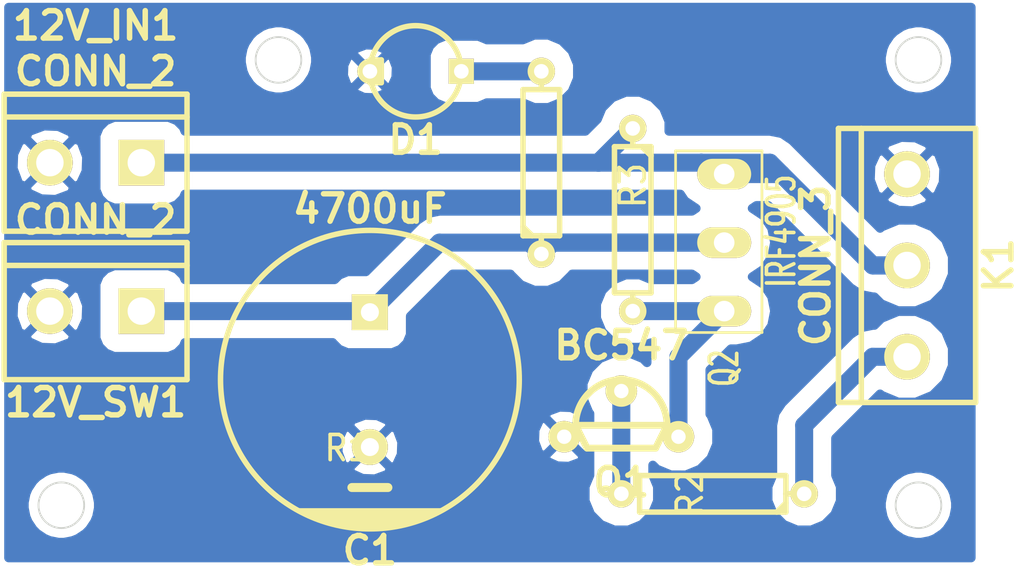
<source format=kicad_pcb>
(kicad_pcb (version 3) (host pcbnew "(2013-may-18)-stable")

  (general
    (links 16)
    (no_connects 0)
    (area 38.7256 145.4306 97.884066 178.4444)
    (thickness 1.6)
    (drawings 4)
    (tracks 27)
    (zones 0)
    (modules 10)
    (nets 8)
  )

  (page A4 portrait)
  (layers
    (15 F.Cu power)
    (0 B.Cu power)
    (17 F.Adhes user)
    (19 F.Paste user)
    (21 F.SilkS user)
    (23 F.Mask user)
    (28 Edge.Cuts user)
  )

  (setup
    (last_trace_width 1)
    (trace_clearance 1)
    (zone_clearance 0.508)
    (zone_45_only no)
    (trace_min 0.254)
    (segment_width 0.2)
    (edge_width 0.1)
    (via_size 0.889)
    (via_drill 0.635)
    (via_min_size 0.889)
    (via_min_drill 0.508)
    (uvia_size 0.508)
    (uvia_drill 0.127)
    (uvias_allowed no)
    (uvia_min_size 0.508)
    (uvia_min_drill 0.127)
    (pcb_text_width 0.3)
    (pcb_text_size 1.5 1.5)
    (mod_edge_width 0.15)
    (mod_text_size 1 1)
    (mod_text_width 0.15)
    (pad_size 2.54 2.54)
    (pad_drill 1.524)
    (pad_to_mask_clearance 0.2)
    (solder_mask_min_width 0.3)
    (aux_axis_origin 0 0)
    (visible_elements FFFFFFFF)
    (pcbplotparams
      (layerselection 10485761)
      (usegerberextensions false)
      (excludeedgelayer true)
      (linewidth 0.150000)
      (plotframeref false)
      (viasonmask false)
      (mode 1)
      (useauxorigin false)
      (hpglpennumber 1)
      (hpglpenspeed 20)
      (hpglpendiameter 15)
      (hpglpenoverlay 2)
      (psnegative false)
      (psa4output false)
      (plotreference true)
      (plotvalue true)
      (plotothertext true)
      (plotinvisibletext false)
      (padsonsilk false)
      (subtractmaskfromsilk false)
      (outputformat 5)
      (mirror false)
      (drillshape 1)
      (scaleselection 1)
      (outputdirectory output/))
  )

  (net 0 "")
  (net 1 /12V)
  (net 2 /12V_EN)
  (net 3 /12V_SW)
  (net 4 GND)
  (net 5 N-000004)
  (net 6 N-000006)
  (net 7 N-000007)

  (net_class Default "This is the default net class."
    (clearance 1)
    (trace_width 1)
    (via_dia 0.889)
    (via_drill 0.635)
    (uvia_dia 0.508)
    (uvia_drill 0.127)
    (add_net "")
    (add_net /12V)
    (add_net /12V_EN)
    (add_net /12V_SW)
    (add_net GND)
    (add_net N-000004)
    (add_net N-000006)
    (add_net N-000007)
  )

  (module TO220GDS (layer F.Cu) (tedit 55BF3F45) (tstamp 55932E12)
    (at 79.8195 159.7025 180)
    (descr "Transistor VMOS Irf530, TO220")
    (tags "TR TO220 DEV")
    (path /5391C901)
    (fp_text reference Q2 (at 0 -6.985 270) (layer F.SilkS)
      (effects (font (size 1.524 1.016) (thickness 0.2032)))
    )
    (fp_text value IRF4905 (at -3.175 0.635 270) (layer F.SilkS)
      (effects (font (size 1.524 1.016) (thickness 0.2032)))
    )
    (fp_line (start -2.1 -4.8) (end -2.1 5.1) (layer F.SilkS) (width 0.15))
    (fp_line (start -2.1 5.1) (end 2.7 5.1) (layer F.SilkS) (width 0.15))
    (fp_line (start 2.7 5.1) (end 2.7 -5) (layer F.SilkS) (width 0.15))
    (fp_line (start 2.7 -5) (end -2.1 -5) (layer F.SilkS) (width 0.15))
    (fp_line (start -2.1 -5) (end -2.1 -4.8) (layer F.SilkS) (width 0.15))
    (pad G thru_hole oval (at 0 -3.81 180) (size 3 1.7) (drill 1.143)
      (layers *.Cu *.Mask F.SilkS)
      (net 7 N-000007)
    )
    (pad D thru_hole oval (at 0 0 180) (size 3 1.7) (drill 1.143)
      (layers *.Cu *.Mask F.SilkS)
      (net 3 /12V_SW)
    )
    (pad S thru_hole oval (at 0 3.81 180) (size 3 1.7) (drill 1.143)
      (layers *.Cu *.Mask F.SilkS)
      (net 1 /12V)
    )
    (model discret/to220_horiz.wrl
      (at (xyz 0 0 0))
      (scale (xyz 1 1 1))
      (rotate (xyz 0 0 0))
    )
  )

  (module R4 (layer F.Cu) (tedit 55C31BD5) (tstamp 5391D1DF)
    (at 69.6595 155.2575 90)
    (descr "Resitance 4 pas")
    (tags R)
    (path /5391C828)
    (autoplace_cost180 10)
    (fp_text reference R1 (at -15.875 -10.795 180) (layer F.SilkS)
      (effects (font (size 1.397 1.27) (thickness 0.2032)))
    )
    (fp_text value "680R / 0.5W" (at -1.27 -2.54 90) (layer F.SilkS) hide
      (effects (font (size 1.397 1.27) (thickness 0.2032)))
    )
    (fp_line (start -5.08 0) (end -4.064 0) (layer F.SilkS) (width 0.3048))
    (fp_line (start -4.064 0) (end -4.064 -1.016) (layer F.SilkS) (width 0.3048))
    (fp_line (start -4.064 -1.016) (end 4.064 -1.016) (layer F.SilkS) (width 0.3048))
    (fp_line (start 4.064 -1.016) (end 4.064 1.016) (layer F.SilkS) (width 0.3048))
    (fp_line (start 4.064 1.016) (end -4.064 1.016) (layer F.SilkS) (width 0.3048))
    (fp_line (start -4.064 1.016) (end -4.064 0) (layer F.SilkS) (width 0.3048))
    (fp_line (start -4.064 -0.508) (end -3.556 -1.016) (layer F.SilkS) (width 0.3048))
    (fp_line (start 5.08 0) (end 4.064 0) (layer F.SilkS) (width 0.3048))
    (pad 1 thru_hole circle (at -5.08 0 90) (size 1.524 1.524) (drill 0.8128)
      (layers *.Cu *.Mask F.SilkS)
      (net 3 /12V_SW)
    )
    (pad 2 thru_hole circle (at 5.08 0 90) (size 1.524 1.524) (drill 0.8128)
      (layers *.Cu *.Mask F.SilkS)
      (net 6 N-000006)
    )
    (model discret/resistor.wrl
      (at (xyz 0 0 0))
      (scale (xyz 0.4 0.4 0.4))
      (rotate (xyz 0 0 0))
    )
  )

  (module R4 (layer F.Cu) (tedit 55C31BCE) (tstamp 5391D1ED)
    (at 74.7395 158.4325 270)
    (descr "Resitance 4 pas")
    (tags R)
    (path /5391CF90)
    (autoplace_cost180 10)
    (fp_text reference R3 (at -1.905 0 270) (layer F.SilkS)
      (effects (font (size 1.397 1.27) (thickness 0.2032)))
    )
    (fp_text value 10K (at -0.635 1.905 270) (layer F.SilkS) hide
      (effects (font (size 1.397 1.27) (thickness 0.2032)))
    )
    (fp_line (start -5.08 0) (end -4.064 0) (layer F.SilkS) (width 0.3048))
    (fp_line (start -4.064 0) (end -4.064 -1.016) (layer F.SilkS) (width 0.3048))
    (fp_line (start -4.064 -1.016) (end 4.064 -1.016) (layer F.SilkS) (width 0.3048))
    (fp_line (start 4.064 -1.016) (end 4.064 1.016) (layer F.SilkS) (width 0.3048))
    (fp_line (start 4.064 1.016) (end -4.064 1.016) (layer F.SilkS) (width 0.3048))
    (fp_line (start -4.064 1.016) (end -4.064 0) (layer F.SilkS) (width 0.3048))
    (fp_line (start -4.064 -0.508) (end -3.556 -1.016) (layer F.SilkS) (width 0.3048))
    (fp_line (start 5.08 0) (end 4.064 0) (layer F.SilkS) (width 0.3048))
    (pad 1 thru_hole circle (at -5.08 0 270) (size 1.524 1.524) (drill 0.8128)
      (layers *.Cu *.Mask F.SilkS)
      (net 1 /12V)
    )
    (pad 2 thru_hole circle (at 5.08 0 270) (size 1.524 1.524) (drill 0.8128)
      (layers *.Cu *.Mask F.SilkS)
      (net 7 N-000007)
    )
    (model discret/resistor.wrl
      (at (xyz 0 0 0))
      (scale (xyz 0.4 0.4 0.4))
      (rotate (xyz 0 0 0))
    )
  )

  (module R4 (layer F.Cu) (tedit 55C31BD0) (tstamp 5391D1FB)
    (at 79.1845 173.6725 180)
    (descr "Resitance 4 pas")
    (tags R)
    (path /5391D152)
    (autoplace_cost180 10)
    (fp_text reference R2 (at 1.27 0 270) (layer F.SilkS)
      (effects (font (size 1.397 1.27) (thickness 0.2032)))
    )
    (fp_text value 1K (at -0.635 -1.905 180) (layer F.SilkS) hide
      (effects (font (size 1.397 1.27) (thickness 0.2032)))
    )
    (fp_line (start -5.08 0) (end -4.064 0) (layer F.SilkS) (width 0.3048))
    (fp_line (start -4.064 0) (end -4.064 -1.016) (layer F.SilkS) (width 0.3048))
    (fp_line (start -4.064 -1.016) (end 4.064 -1.016) (layer F.SilkS) (width 0.3048))
    (fp_line (start 4.064 -1.016) (end 4.064 1.016) (layer F.SilkS) (width 0.3048))
    (fp_line (start 4.064 1.016) (end -4.064 1.016) (layer F.SilkS) (width 0.3048))
    (fp_line (start -4.064 1.016) (end -4.064 0) (layer F.SilkS) (width 0.3048))
    (fp_line (start -4.064 -0.508) (end -3.556 -1.016) (layer F.SilkS) (width 0.3048))
    (fp_line (start 5.08 0) (end 4.064 0) (layer F.SilkS) (width 0.3048))
    (pad 1 thru_hole circle (at -5.08 0 180) (size 1.524 1.524) (drill 0.8128)
      (layers *.Cu *.Mask F.SilkS)
      (net 2 /12V_EN)
    )
    (pad 2 thru_hole circle (at 5.08 0 180) (size 1.524 1.524) (drill 0.8128)
      (layers *.Cu *.Mask F.SilkS)
      (net 5 N-000004)
    )
    (model discret/resistor.wrl
      (at (xyz 0 0 0))
      (scale (xyz 0.4 0.4 0.4))
      (rotate (xyz 0 0 0))
    )
  )

  (module bornier2 (layer F.Cu) (tedit 55BF3F27) (tstamp 55932E2A)
    (at 44.8945 155.2575 180)
    (descr "Bornier d'alimentation 2 pins")
    (tags DEV)
    (path /5391BFB6)
    (fp_text reference 12V_IN1 (at 0 7.62 180) (layer F.SilkS)
      (effects (font (size 1.524 1.524) (thickness 0.3048)))
    )
    (fp_text value CONN_2 (at 0 5.08 180) (layer F.SilkS)
      (effects (font (size 1.524 1.524) (thickness 0.3048)))
    )
    (fp_line (start 5.08 2.54) (end -5.08 2.54) (layer F.SilkS) (width 0.3048))
    (fp_line (start 5.08 3.81) (end 5.08 -3.81) (layer F.SilkS) (width 0.3048))
    (fp_line (start 5.08 -3.81) (end -5.08 -3.81) (layer F.SilkS) (width 0.3048))
    (fp_line (start -5.08 -3.81) (end -5.08 3.81) (layer F.SilkS) (width 0.3048))
    (fp_line (start -5.08 3.81) (end 5.08 3.81) (layer F.SilkS) (width 0.3048))
    (pad 1 thru_hole rect (at -2.54 0 180) (size 2.54 2.54) (drill 1.524)
      (layers *.Cu *.Mask F.SilkS)
      (net 1 /12V)
    )
    (pad 2 thru_hole circle (at 2.54 0 180) (size 2.54 2.54) (drill 1.524)
      (layers *.Cu *.Mask F.SilkS)
      (net 4 GND)
    )
    (model device/bornier_2.wrl
      (at (xyz 0 0 0))
      (scale (xyz 1 1 1))
      (rotate (xyz 0 0 0))
    )
  )

  (module bornier3 (layer F.Cu) (tedit 55C2018B) (tstamp 55C0D63B)
    (at 89.9795 160.9725 270)
    (descr "Bornier d'alimentation 3 pins")
    (tags DEV)
    (path /55C0D6E7)
    (fp_text reference K1 (at 0 -5.08 270) (layer F.SilkS)
      (effects (font (size 1.524 1.524) (thickness 0.3048)))
    )
    (fp_text value CONN_3 (at 0 5.08 270) (layer F.SilkS)
      (effects (font (size 1.524 1.524) (thickness 0.3048)))
    )
    (fp_line (start -7.62 3.81) (end -7.62 -3.81) (layer F.SilkS) (width 0.3048))
    (fp_line (start 7.62 3.81) (end 7.62 -3.81) (layer F.SilkS) (width 0.3048))
    (fp_line (start -7.62 2.54) (end 7.62 2.54) (layer F.SilkS) (width 0.3048))
    (fp_line (start -7.62 -3.81) (end 7.62 -3.81) (layer F.SilkS) (width 0.3048))
    (fp_line (start -7.62 3.81) (end 7.62 3.81) (layer F.SilkS) (width 0.3048))
    (pad 1 thru_hole circle (at -5.08 0 270) (size 2.54 2.54) (drill 1.524)
      (layers *.Cu *.Mask F.SilkS)
      (net 4 GND)
    )
    (pad 2 thru_hole circle (at 0 0 270) (size 2.54 2.54) (drill 1.524)
      (layers *.Cu *.Mask F.SilkS)
      (net 1 /12V)
    )
    (pad 3 thru_hole circle (at 5.08 0 270) (size 2.54 2.54) (drill 1.524)
      (layers *.Cu *.Mask F.SilkS)
      (net 2 /12V_EN)
    )
    (model device/bornier_3.wrl
      (at (xyz 0 0 0))
      (scale (xyz 1 1 1))
      (rotate (xyz 0 0 0))
    )
  )

  (module bornier2 (layer F.Cu) (tedit 3EC0ED69) (tstamp 55C0D646)
    (at 44.8945 163.5125 180)
    (descr "Bornier d'alimentation 2 pins")
    (tags DEV)
    (path /5391D329)
    (fp_text reference 12V_SW1 (at 0 -5.08 180) (layer F.SilkS)
      (effects (font (size 1.524 1.524) (thickness 0.3048)))
    )
    (fp_text value CONN_2 (at 0 5.08 180) (layer F.SilkS)
      (effects (font (size 1.524 1.524) (thickness 0.3048)))
    )
    (fp_line (start 5.08 2.54) (end -5.08 2.54) (layer F.SilkS) (width 0.3048))
    (fp_line (start 5.08 3.81) (end 5.08 -3.81) (layer F.SilkS) (width 0.3048))
    (fp_line (start 5.08 -3.81) (end -5.08 -3.81) (layer F.SilkS) (width 0.3048))
    (fp_line (start -5.08 -3.81) (end -5.08 3.81) (layer F.SilkS) (width 0.3048))
    (fp_line (start -5.08 3.81) (end 5.08 3.81) (layer F.SilkS) (width 0.3048))
    (pad 1 thru_hole rect (at -2.54 0 180) (size 2.54 2.54) (drill 1.524)
      (layers *.Cu *.Mask F.SilkS)
      (net 3 /12V_SW)
    )
    (pad 2 thru_hole circle (at 2.54 0 180) (size 2.54 2.54) (drill 1.524)
      (layers *.Cu *.Mask F.SilkS)
      (net 4 GND)
    )
    (model device/bornier_2.wrl
      (at (xyz 0 0 0))
      (scale (xyz 1 1 1))
      (rotate (xyz 0 0 0))
    )
  )

  (module LEDV (layer F.Cu) (tedit 55C1F84F) (tstamp 5391D20A)
    (at 62.6745 150.1775 180)
    (descr "Led verticale diam 6mm")
    (tags "LED DEV")
    (path /5391C804)
    (fp_text reference D1 (at 0 -3.81 180) (layer F.SilkS)
      (effects (font (size 1.524 1.524) (thickness 0.3048)))
    )
    (fp_text value LED (at 0 -3.81 180) (layer F.SilkS) hide
      (effects (font (size 1.524 1.524) (thickness 0.3048)))
    )
    (fp_circle (center 0 0) (end -2.54 0) (layer F.SilkS) (width 0.3048))
    (fp_line (start 2.54 -0.635) (end 1.905 -0.635) (layer F.SilkS) (width 0.3048))
    (fp_line (start 1.905 -0.635) (end 1.905 0.635) (layer F.SilkS) (width 0.3048))
    (fp_line (start 1.905 0.635) (end 2.54 0.635) (layer F.SilkS) (width 0.3048))
    (pad 1 thru_hole rect (at -2.54 0 180) (size 1.397 1.397) (drill 0.8128)
      (layers *.Cu *.Mask F.SilkS)
      (net 6 N-000006)
    )
    (pad 2 thru_hole circle (at 2.54 0 180) (size 1.397 1.397) (drill 0.8128)
      (layers *.Cu *.Mask F.SilkS)
      (net 4 GND)
    )
    (model discret/led5_vertical.wrl
      (at (xyz 0 0 0))
      (scale (xyz 1 1 1))
      (rotate (xyz 0 0 0))
    )
  )

  (module to92_3 (layer F.Cu) (tedit 55C21C3C) (tstamp 5391D1C1)
    (at 74.1045 169.8625)
    (descr TO92)
    (path /5391D145)
    (fp_text reference Q1 (at 0 3.175) (layer F.SilkS)
      (effects (font (size 1.524 1.524) (thickness 0.3048)))
    )
    (fp_text value BC547 (at 0 -4.445) (layer F.SilkS)
      (effects (font (size 1.524 1.524) (thickness 0.3048)))
    )
    (fp_line (start 2.54 0) (end -2.54 0) (layer F.SilkS) (width 0.381))
    (fp_line (start 2.54 0) (end 1.905 1.27) (layer F.SilkS) (width 0.381))
    (fp_line (start 1.905 1.27) (end -1.905 1.27) (layer F.SilkS) (width 0.381))
    (fp_line (start -1.905 1.27) (end -2.54 0) (layer F.SilkS) (width 0.381))
    (fp_arc (start 0 0) (end 0 -2.54) (angle 90) (layer F.SilkS) (width 0.381))
    (fp_arc (start 0 0) (end -2.54 0) (angle 90) (layer F.SilkS) (width 0.381))
    (pad 1 thru_hole circle (at 3.175 0.635) (size 1.75006 1.75006) (drill 0.8001)
      (layers *.Cu *.Mask F.SilkS)
      (net 7 N-000007)
    )
    (pad 2 thru_hole circle (at 0 -1.905) (size 1.75006 1.75006) (drill 0.8001)
      (layers *.Cu *.Mask F.SilkS)
      (net 5 N-000004)
    )
    (pad 3 thru_hole circle (at -3.175 0.635) (size 1.75006 1.75006) (drill 0.8001)
      (layers *.Cu *.Mask F.SilkS)
      (net 4 GND)
    )
    (model walter/to/to92_3.wrl
      (at (xyz 0 0 0))
      (scale (xyz 1 1 1))
      (rotate (xyz 0 0 0))
    )
  )

  (module CP_16x25mm (layer F.Cu) (tedit 52641EAF) (tstamp 55932E3A)
    (at 60.1345 167.3225 180)
    (descr "Capacitor, pol, cyl 16x25mm")
    (path /5391BFC5)
    (fp_text reference C1 (at 0 -9.5 180) (layer F.SilkS)
      (effects (font (size 1.524 1.524) (thickness 0.3048)))
    )
    (fp_text value 4700uF (at 0 9.5 180) (layer F.SilkS)
      (effects (font (size 1.524 1.524) (thickness 0.3048)))
    )
    (fp_line (start 3.9 -7.3) (end -3.9 -7.3) (layer F.SilkS) (width 0.3048))
    (fp_line (start -3.4 -7.5) (end 3.4 -7.5) (layer F.SilkS) (width 0.3048))
    (fp_line (start 3 -7.7) (end -2.9 -7.7) (layer F.SilkS) (width 0.3048))
    (fp_line (start -2.4 -7.9) (end 2.4 -7.9) (layer F.SilkS) (width 0.3048))
    (fp_line (start -1.7 -8.1) (end 1.7 -8.1) (layer F.SilkS) (width 0.3048))
    (fp_circle (center 0 0) (end -8.3 0) (layer F.SilkS) (width 0.3048))
    (fp_line (start -1 -6) (end 1 -6) (layer F.SilkS) (width 0.5))
    (pad 1 thru_hole rect (at 0 3.75 180) (size 2 2) (drill 1)
      (layers *.Cu *.Mask F.SilkS)
      (net 3 /12V_SW)
    )
    (pad 2 thru_hole circle (at 0 -3.75 180) (size 2 2) (drill 1)
      (layers *.Cu *.Mask F.SilkS)
      (net 4 GND)
    )
    (model walter/capacitors/cp_16x25mm.wrl
      (at (xyz 0 0 0))
      (scale (xyz 1 1 1))
      (rotate (xyz 0 0 0))
    )
  )

  (gr_circle (center 55.0545 149.5425) (end 55.0545 150.8125) (layer Edge.Cuts) (width 0.1))
  (gr_circle (center 42.9895 174.3075) (end 42.9895 175.5775) (layer Edge.Cuts) (width 0.1))
  (gr_circle (center 90.6145 174.3075) (end 91.8845 174.3075) (layer Edge.Cuts) (width 0.1))
  (gr_circle (center 90.6145 149.5425) (end 89.3445 149.5425) (layer Edge.Cuts) (width 0.1))

  (segment (start 79.8195 155.8925) (end 79.1845 155.8925) (width 1) (layer B.Cu) (net 1))
  (segment (start 78.5495 155.2575) (end 79.8195 155.8925) (width 1) (layer B.Cu) (net 1) (tstamp 55C21D03))
  (segment (start 79.1845 155.8925) (end 78.5495 155.2575) (width 1) (layer B.Cu) (net 1) (tstamp 55C21D01))
  (segment (start 79.8195 155.8925) (end 82.9945 155.8925) (width 1) (layer B.Cu) (net 1))
  (segment (start 74.7395 153.3525) (end 72.8345 155.2575) (width 1) (layer B.Cu) (net 1))
  (segment (start 47.4345 155.2575) (end 72.8345 155.2575) (width 1) (layer B.Cu) (net 1))
  (segment (start 72.8345 155.2575) (end 82.3595 155.2575) (width 1) (layer B.Cu) (net 1) (tstamp 55C21CD2))
  (segment (start 82.3595 155.2575) (end 82.9945 155.8925) (width 1) (layer B.Cu) (net 1) (tstamp 55C21CB0))
  (segment (start 82.9945 155.8925) (end 88.0745 160.9725) (width 1) (layer B.Cu) (net 1) (tstamp 55C21CE4))
  (segment (start 88.0745 160.9725) (end 89.9795 160.9725) (width 1) (layer B.Cu) (net 1) (tstamp 55C21CB8))
  (segment (start 88.0745 160.9725) (end 89.9795 160.9725) (width 1) (layer B.Cu) (net 1) (tstamp 55C20184))
  (segment (start 89.9795 166.0525) (end 88.0745 166.0525) (width 1) (layer B.Cu) (net 2))
  (segment (start 84.2645 169.8625) (end 84.2645 173.6725) (width 1) (layer B.Cu) (net 2) (tstamp 55C20085))
  (segment (start 88.0745 166.0525) (end 84.2645 169.8625) (width 1) (layer B.Cu) (net 2) (tstamp 55C20083))
  (segment (start 69.6595 160.3375) (end 69.0245 159.7025) (width 1) (layer B.Cu) (net 3))
  (segment (start 47.4345 163.5125) (end 60.0745 163.5125) (width 1) (layer B.Cu) (net 3))
  (segment (start 60.0745 163.5125) (end 60.1345 163.5725) (width 1) (layer B.Cu) (net 3) (tstamp 55C21CA2))
  (segment (start 69.6595 160.3375) (end 70.2945 159.7025) (width 1) (layer B.Cu) (net 3))
  (segment (start 79.8195 159.7025) (end 69.0245 159.7025) (width 1) (layer B.Cu) (net 3))
  (segment (start 69.0245 159.7025) (end 64.0045 159.7025) (width 1) (layer B.Cu) (net 3) (tstamp 55C21D10))
  (segment (start 64.0045 159.7025) (end 60.1345 163.5725) (width 1) (layer B.Cu) (net 3) (tstamp 55C21C8C))
  (segment (start 79.8195 159.7025) (end 70.2945 159.7025) (width 1) (layer B.Cu) (net 3))
  (segment (start 74.1045 173.6725) (end 74.1045 167.9575) (width 1) (layer B.Cu) (net 5))
  (segment (start 69.6595 150.1775) (end 65.2145 150.1775) (width 1) (layer B.Cu) (net 6))
  (segment (start 77.2795 170.4975) (end 77.2795 166.0525) (width 1) (layer B.Cu) (net 7))
  (segment (start 77.2795 166.0525) (end 79.8195 163.5125) (width 1) (layer B.Cu) (net 7) (tstamp 55C21C63))
  (segment (start 79.8195 163.5125) (end 74.7395 163.5125) (width 1) (layer B.Cu) (net 7))

  (zone (net 4) (net_name GND) (layer B.Cu) (tstamp 558FCFD3) (hatch edge 0.508)
    (connect_pads (clearance 0.508))
    (min_thickness 0.5)
    (fill (arc_segments 16) (thermal_gap 0.508) (thermal_bridge_width 0.508))
    (polygon
      (pts
        (xy 93.7895 146.3675) (xy 39.8145 146.3675) (xy 39.8145 177.4825) (xy 93.7895 177.4825)
      )
    )
    (filled_polygon
      (pts
        (xy 40.0645 146.6175) (xy 40.312857 146.6175) (xy 40.312857 155.584914) (xy 40.312857 163.839914) (xy 40.593564 164.596294)
        (xy 40.679324 164.724643) (xy 40.927312 164.806144) (xy 40.927312 174.150642) (xy 40.927449 174.3075) (xy 40.927312 174.464358)
        (xy 40.927587 174.465747) (xy 40.927587 174.465908) (xy 40.927648 174.466055) (xy 41.023561 174.950449) (xy 41.143954 175.241822)
        (xy 41.145519 175.24339) (xy 41.41901 175.653473) (xy 41.419799 175.655373) (xy 41.64292 175.878104) (xy 42.053643 176.152022)
        (xy 42.055094 176.153471) (xy 42.346467 176.273863) (xy 42.832559 176.370112) (xy 43.147824 176.369837) (xy 43.149847 176.368998)
        (xy 43.632449 176.273439) (xy 43.923822 176.153046) (xy 43.92539 176.151482) (xy 44.335473 175.877991) (xy 44.337373 175.877201)
        (xy 44.560104 175.65408) (xy 44.834022 175.243358) (xy 44.835471 175.241906) (xy 44.955863 174.950533) (xy 45.052112 174.464441)
        (xy 45.051976 174.3075) (xy 45.052112 174.150559) (xy 44.955863 173.664467) (xy 44.835471 173.373094) (xy 44.834022 173.371643)
        (xy 44.560104 172.96092) (xy 44.337373 172.737799) (xy 44.335473 172.73701) (xy 43.92539 172.463519) (xy 43.923822 172.461954)
        (xy 43.632449 172.341561) (xy 43.149847 172.246003) (xy 43.147824 172.245163) (xy 42.832559 172.244888) (xy 42.346467 172.341137)
        (xy 42.055094 172.461529) (xy 42.053643 172.462979) (xy 41.64292 172.736896) (xy 41.419799 172.959627) (xy 41.41901 172.961528)
        (xy 41.145519 173.371611) (xy 41.143954 173.373178) (xy 41.023561 173.664551) (xy 40.927648 174.148946) (xy 40.927587 174.149092)
        (xy 40.927587 174.149254) (xy 40.927312 174.150642) (xy 40.927312 164.806144) (xy 41.023566 164.837777) (xy 41.029223 164.83212)
        (xy 41.029223 164.843434) (xy 41.142357 165.187676) (xy 41.875688 165.524028) (xy 42.681914 165.554143) (xy 43.438294 165.273436)
        (xy 43.566643 165.187676) (xy 43.679777 164.843434) (xy 42.3545 163.518157) (xy 41.029223 164.843434) (xy 41.029223 164.83212)
        (xy 42.348843 163.5125) (xy 41.023566 162.187223) (xy 40.679324 162.300357) (xy 40.342972 163.033688) (xy 40.312857 163.839914)
        (xy 40.312857 155.584914) (xy 40.593564 156.341294) (xy 40.679324 156.469643) (xy 41.023566 156.582777) (xy 41.029223 156.57712)
        (xy 41.029223 156.588434) (xy 41.029223 162.181566) (xy 42.3545 163.506843) (xy 42.360157 163.501186) (xy 42.360157 163.5125)
        (xy 43.685434 164.837777) (xy 44.029676 164.724643) (xy 44.366028 163.991312) (xy 44.396143 163.185086) (xy 44.115436 162.428706)
        (xy 44.029676 162.300357) (xy 43.685434 162.187223) (xy 42.360157 163.5125) (xy 42.360157 163.501186) (xy 43.679777 162.181566)
        (xy 43.566643 161.837324) (xy 42.833312 161.500972) (xy 42.027086 161.470857) (xy 41.270706 161.751564) (xy 41.142357 161.837324)
        (xy 41.029223 162.181566) (xy 41.029223 156.588434) (xy 41.142357 156.932676) (xy 41.875688 157.269028) (xy 42.681914 157.299143)
        (xy 43.438294 157.018436) (xy 43.566643 156.932676) (xy 43.679777 156.588434) (xy 42.3545 155.263157) (xy 41.029223 156.588434)
        (xy 41.029223 156.57712) (xy 42.348843 155.2575) (xy 41.023566 153.932223) (xy 40.679324 154.045357) (xy 40.342972 154.778688)
        (xy 40.312857 155.584914) (xy 40.312857 146.6175) (xy 41.029223 146.6175) (xy 41.029223 153.926566) (xy 42.3545 155.251843)
        (xy 42.360157 155.246186) (xy 42.360157 155.2575) (xy 43.685434 156.582777) (xy 44.029676 156.469643) (xy 44.366028 155.736312)
        (xy 44.396143 154.930086) (xy 44.115436 154.173706) (xy 44.029676 154.045357) (xy 43.685434 153.932223) (xy 42.360157 155.2575)
        (xy 42.360157 155.246186) (xy 43.679777 153.926566) (xy 43.566643 153.582324) (xy 42.833312 153.245972) (xy 42.027086 153.215857)
        (xy 41.270706 153.496564) (xy 41.142357 153.582324) (xy 41.029223 153.926566) (xy 41.029223 146.6175) (xy 44.914284 146.6175)
        (xy 44.914284 154.235049) (xy 44.914284 156.775049) (xy 45.104184 157.234642) (xy 45.455507 157.58658) (xy 45.914769 157.777282)
        (xy 46.412049 157.777716) (xy 48.952049 157.777716) (xy 49.411642 157.587816) (xy 49.76358 157.236493) (xy 49.858667 157.0075)
        (xy 72.8345 157.0075) (xy 72.834501 157.0075) (xy 77.383526 157.0075) (xy 77.630701 157.377424) (xy 78.259389 157.7975)
        (xy 78.027416 157.9525) (xy 70.2945 157.9525) (xy 69.0245 157.9525) (xy 64.0045 157.9525) (xy 63.334804 158.085711)
        (xy 62.767063 158.465063) (xy 59.909842 161.322284) (xy 58.886951 161.322284) (xy 58.427358 161.512184) (xy 58.176604 161.7625)
        (xy 49.85867 161.7625) (xy 49.764816 161.535358) (xy 49.413493 161.18342) (xy 48.954231 160.992718) (xy 48.456951 160.992284)
        (xy 45.916951 160.992284) (xy 45.457358 161.182184) (xy 45.10542 161.533507) (xy 44.914718 161.992769) (xy 44.914284 162.490049)
        (xy 44.914284 165.030049) (xy 45.104184 165.489642) (xy 45.455507 165.84158) (xy 45.914769 166.032282) (xy 46.412049 166.032716)
        (xy 48.952049 166.032716) (xy 49.411642 165.842816) (xy 49.76358 165.491493) (xy 49.858667 165.2625) (xy 58.067102 165.2625)
        (xy 58.074184 165.279642) (xy 58.364759 165.570726) (xy 58.364759 171.35685) (xy 58.608289 172.012456) (xy 58.682038 172.122831)
        (xy 58.998225 172.203118) (xy 59.003882 172.197461) (xy 59.003882 172.208775) (xy 59.084169 172.524962) (xy 59.719954 172.816344)
        (xy 60.41885 172.842241) (xy 61.074456 172.598711) (xy 61.184831 172.524962) (xy 61.265118 172.208775) (xy 60.1345 171.078157)
        (xy 59.003882 172.208775) (xy 59.003882 172.197461) (xy 60.128843 171.0725) (xy 58.998225 169.941882) (xy 58.682038 170.022169)
        (xy 58.390656 170.657954) (xy 58.364759 171.35685) (xy 58.364759 165.570726) (xy 58.425507 165.63158) (xy 58.884769 165.822282)
        (xy 59.003882 165.822386) (xy 59.003882 169.936225) (xy 60.1345 171.066843) (xy 60.140157 171.061186) (xy 60.140157 171.0725)
        (xy 61.270775 172.203118) (xy 61.586962 172.122831) (xy 61.878344 171.487046) (xy 61.904241 170.78815) (xy 61.660711 170.132544)
        (xy 61.586962 170.022169) (xy 61.270775 169.941882) (xy 60.140157 171.0725) (xy 60.140157 171.061186) (xy 61.265118 169.936225)
        (xy 61.184831 169.620038) (xy 60.549046 169.328656) (xy 59.85015 169.302759) (xy 59.194544 169.546289) (xy 59.084169 169.620038)
        (xy 59.003882 169.936225) (xy 59.003882 165.822386) (xy 59.382049 165.822716) (xy 61.382049 165.822716) (xy 61.841642 165.632816)
        (xy 62.19358 165.281493) (xy 62.384282 164.822231) (xy 62.384716 164.324951) (xy 62.384716 163.797158) (xy 64.729374 161.4525)
        (xy 67.943222 161.4525) (xy 67.952815 161.475717) (xy 68.518306 162.042196) (xy 69.257533 162.34915) (xy 69.285608 162.349175)
        (xy 69.285608 170.761917) (xy 69.51193 171.370879) (xy 69.580122 171.472936) (xy 69.883324 171.538019) (xy 69.888981 171.532362)
        (xy 69.888981 171.543676) (xy 69.954064 171.846878) (xy 70.5447 172.117446) (xy 71.193917 172.141392) (xy 71.802879 171.91507)
        (xy 71.904936 171.846878) (xy 71.970019 171.543676) (xy 70.9295 170.503157) (xy 69.888981 171.543676) (xy 69.888981 171.532362)
        (xy 70.923843 170.4975) (xy 69.883324 169.456981) (xy 69.580122 169.522064) (xy 69.309554 170.1127) (xy 69.285608 170.761917)
        (xy 69.285608 162.349175) (xy 69.888981 162.349701) (xy 69.888981 169.451324) (xy 70.9295 170.491843) (xy 71.970019 169.451324)
        (xy 71.904936 169.148122) (xy 71.3143 168.877554) (xy 70.665083 168.853608) (xy 70.056121 169.07993) (xy 69.954064 169.148122)
        (xy 69.888981 169.451324) (xy 69.888981 162.349701) (xy 70.057956 162.349848) (xy 70.797717 162.044185) (xy 71.364196 161.478694)
        (xy 71.375073 161.4525) (xy 78.027416 161.4525) (xy 78.259389 161.6075) (xy 78.027416 161.7625) (xy 75.77159 161.7625)
        (xy 75.141467 161.50085) (xy 74.341044 161.500152) (xy 73.601283 161.805815) (xy 73.034804 162.371306) (xy 72.72785 163.110533)
        (xy 72.727152 163.910956) (xy 73.032815 164.650717) (xy 73.598306 165.217196) (xy 74.337533 165.52415) (xy 75.137956 165.524848)
        (xy 75.731734 165.279505) (xy 75.662711 165.382804) (xy 75.5295 166.0525) (xy 75.5295 166.377118) (xy 75.309804 166.157038)
        (xy 74.529049 165.83284) (xy 73.68366 165.832103) (xy 72.90234 166.154937) (xy 72.304038 166.752196) (xy 71.97984 167.532951)
        (xy 71.979103 168.37834) (xy 72.301937 169.15966) (xy 72.3545 169.212315) (xy 72.3545 169.644113) (xy 72.34707 169.624121)
        (xy 72.278878 169.522064) (xy 71.975676 169.456981) (xy 70.935157 170.4975) (xy 71.975676 171.538019) (xy 72.278878 171.472936)
        (xy 72.3545 171.307858) (xy 72.3545 172.640411) (xy 72.09285 173.270533) (xy 72.092152 174.070956) (xy 72.397815 174.810717)
        (xy 72.963306 175.377196) (xy 73.702533 175.68415) (xy 74.502956 175.684848) (xy 75.242717 175.379185) (xy 75.809196 174.813694)
        (xy 76.11615 174.074467) (xy 76.116848 173.274044) (xy 75.8545 172.639114) (xy 75.8545 172.077883) (xy 76.074196 172.297962)
        (xy 76.854951 172.62216) (xy 77.70034 172.622897) (xy 78.48166 172.300063) (xy 79.079962 171.702804) (xy 79.40416 170.922049)
        (xy 79.404897 170.07666) (xy 79.082063 169.29534) (xy 79.0295 169.242686) (xy 79.0295 166.777374) (xy 80.194374 165.6125)
        (xy 80.523375 165.6125) (xy 81.32701 165.452647) (xy 82.008299 164.997424) (xy 82.252152 164.632473) (xy 82.252152 174.070956)
        (xy 82.557815 174.810717) (xy 83.123306 175.377196) (xy 83.862533 175.68415) (xy 84.662956 175.684848) (xy 85.402717 175.379185)
        (xy 85.969196 174.813694) (xy 86.27615 174.074467) (xy 86.276848 173.274044) (xy 86.0145 172.639114) (xy 86.0145 170.587374)
        (xy 88.482279 168.119596) (xy 88.550171 168.187606) (xy 88.552312 168.188496) (xy 88.552312 174.150642) (xy 88.552449 174.3075)
        (xy 88.552312 174.464358) (xy 88.552587 174.465747) (xy 88.552587 174.465908) (xy 88.552648 174.466055) (xy 88.648561 174.950449)
        (xy 88.768954 175.241822) (xy 88.770519 175.24339) (xy 89.04401 175.653473) (xy 89.044799 175.655373) (xy 89.26792 175.878104)
        (xy 89.678643 176.152022) (xy 89.680094 176.153471) (xy 89.971467 176.273863) (xy 90.457559 176.370112) (xy 90.772824 176.369837)
        (xy 90.774847 176.368998) (xy 91.257449 176.273439) (xy 91.548822 176.153046) (xy 91.55039 176.151482) (xy 91.960473 175.877991)
        (xy 91.962373 175.877201) (xy 92.185104 175.65408) (xy 92.459022 175.243358) (xy 92.460471 175.241906) (xy 92.580863 174.950533)
        (xy 92.677112 174.464441) (xy 92.676976 174.3075) (xy 92.677112 174.150559) (xy 92.580863 173.664467) (xy 92.460471 173.373094)
        (xy 92.459022 173.371643) (xy 92.185104 172.96092) (xy 91.962373 172.737799) (xy 91.960473 172.73701) (xy 91.55039 172.463519)
        (xy 91.548822 172.461954) (xy 91.257449 172.341561) (xy 90.774847 172.246003) (xy 90.772824 172.245163) (xy 90.457559 172.244888)
        (xy 89.971467 172.341137) (xy 89.680094 172.461529) (xy 89.678643 172.462979) (xy 89.26792 172.736896) (xy 89.044799 172.959627)
        (xy 89.04401 172.961528) (xy 88.770519 173.371611) (xy 88.768954 173.373178) (xy 88.648561 173.664551) (xy 88.552648 174.148946)
        (xy 88.552587 174.149092) (xy 88.552587 174.149254) (xy 88.552312 174.150642) (xy 88.552312 168.188496) (xy 89.476042 168.572061)
        (xy 90.47856 168.572936) (xy 91.4051 168.190097) (xy 92.114606 167.481829) (xy 92.499061 166.555958) (xy 92.499936 165.55344)
        (xy 92.117097 164.6269) (xy 91.408829 163.917394) (xy 90.482958 163.532939) (xy 89.48044 163.532064) (xy 88.5539 163.914903)
        (xy 88.165626 164.3025) (xy 88.0745 164.3025) (xy 87.404804 164.435711) (xy 86.837063 164.815063) (xy 83.027067 168.625061)
        (xy 83.027064 168.625063) (xy 83.027063 168.625063) (xy 82.647711 169.192804) (xy 82.5145 169.8625) (xy 82.5145 172.640411)
        (xy 82.25285 173.270533) (xy 82.252152 174.070956) (xy 82.252152 164.632473) (xy 82.463522 164.316135) (xy 82.623375 163.5125)
        (xy 82.463522 162.708865) (xy 82.008299 162.027576) (xy 81.379612 161.6075) (xy 82.008299 161.187424) (xy 82.463522 160.506135)
        (xy 82.623375 159.7025) (xy 82.463522 158.898865) (xy 82.008299 158.217576) (xy 81.379612 157.7975) (xy 81.611585 157.6425)
        (xy 82.269627 157.6425) (xy 86.837063 162.209937) (xy 87.404804 162.589289) (xy 88.0745 162.7225) (xy 88.165737 162.7225)
        (xy 88.550171 163.107606) (xy 89.476042 163.492061) (xy 90.47856 163.492936) (xy 91.4051 163.110097) (xy 92.114606 162.401829)
        (xy 92.499061 161.475958) (xy 92.499936 160.47344) (xy 92.117097 159.5469) (xy 91.408829 158.837394) (xy 90.482958 158.452939)
        (xy 89.48044 158.452064) (xy 88.5539 158.834903) (xy 88.482777 158.905903) (xy 84.231938 154.655064) (xy 84.231937 154.655063)
        (xy 83.59694 154.020067) (xy 83.596937 154.020063) (xy 83.029196 153.640711) (xy 82.3595 153.5075) (xy 78.5495 153.5075)
        (xy 76.751366 153.5075) (xy 76.751848 152.954044) (xy 76.446185 152.214283) (xy 75.880694 151.647804) (xy 75.141467 151.34085)
        (xy 74.341044 151.340152) (xy 73.601283 151.645815) (xy 73.034804 152.211306) (xy 72.771348 152.845779) (xy 72.109627 153.5075)
        (xy 49.85867 153.5075) (xy 49.764816 153.280358) (xy 49.413493 152.92842) (xy 48.954231 152.737718) (xy 48.456951 152.737284)
        (xy 45.916951 152.737284) (xy 45.457358 152.927184) (xy 45.10542 153.278507) (xy 44.914718 153.737769) (xy 44.914284 154.235049)
        (xy 44.914284 146.6175) (xy 52.992312 146.6175) (xy 52.992312 149.385642) (xy 52.992449 149.5425) (xy 52.992312 149.699358)
        (xy 52.992587 149.700747) (xy 52.992587 149.700908) (xy 52.992648 149.701055) (xy 53.088561 150.185449) (xy 53.208954 150.476822)
        (xy 53.210519 150.47839) (xy 53.48401 150.888473) (xy 53.484799 150.890373) (xy 53.70792 151.113104) (xy 54.118643 151.387022)
        (xy 54.120094 151.388471) (xy 54.411467 151.508863) (xy 54.897559 151.605112) (xy 55.212824 151.604837) (xy 55.214847 151.603998)
        (xy 55.697449 151.508439) (xy 55.988822 151.388046) (xy 55.99039 151.386482) (xy 56.400473 151.112991) (xy 56.402373 151.112201)
        (xy 56.625104 150.88908) (xy 56.899022 150.478358) (xy 56.900471 150.476906) (xy 57.020863 150.185533) (xy 57.117112 149.699441)
        (xy 57.116976 149.5425) (xy 57.117112 149.385559) (xy 57.020863 148.899467) (xy 56.900471 148.608094) (xy 56.899022 148.606643)
        (xy 56.625104 148.19592) (xy 56.402373 147.972799) (xy 56.400473 147.97201) (xy 55.99039 147.698519) (xy 55.988822 147.696954)
        (xy 55.697449 147.576561) (xy 55.214847 147.481003) (xy 55.212824 147.480163) (xy 54.897559 147.479888) (xy 54.411467 147.576137)
        (xy 54.120094 147.696529) (xy 54.118643 147.697979) (xy 53.70792 147.971896) (xy 53.484799 148.194627) (xy 53.48401 148.196528)
        (xy 53.210519 148.606611) (xy 53.208954 148.608178) (xy 53.088561 148.899551) (xy 52.992648 149.383946) (xy 52.992587 149.384092)
        (xy 52.992587 149.384254) (xy 52.992312 149.385642) (xy 52.992312 146.6175) (xy 58.668381 146.6175) (xy 58.668381 150.41376)
        (xy 58.870395 150.956836) (xy 58.930736 151.047142) (xy 59.215596 151.090747) (xy 59.221253 151.08509) (xy 59.221253 151.096404)
        (xy 59.264858 151.381264) (xy 59.791716 151.62243) (xy 60.37076 151.643619) (xy 60.913836 151.441605) (xy 61.004142 151.381264)
        (xy 61.047747 151.096404) (xy 60.1345 150.183157) (xy 59.221253 151.096404) (xy 59.221253 151.08509) (xy 60.128843 150.1775)
        (xy 59.215596 149.264253) (xy 58.930736 149.307858) (xy 58.68957 149.834716) (xy 58.668381 150.41376) (xy 58.668381 146.6175)
        (xy 59.221253 146.6175) (xy 59.221253 149.258596) (xy 60.1345 150.171843) (xy 60.140157 150.166186) (xy 60.140157 150.1775)
        (xy 61.053404 151.090747) (xy 61.338264 151.047142) (xy 61.57943 150.520284) (xy 61.600619 149.94124) (xy 61.398605 149.398164)
        (xy 61.338264 149.307858) (xy 61.053404 149.264253) (xy 60.140157 150.1775) (xy 60.140157 150.166186) (xy 61.047747 149.258596)
        (xy 61.004142 148.973736) (xy 60.477284 148.73257) (xy 59.89824 148.711381) (xy 59.355164 148.913395) (xy 59.264858 148.973736)
        (xy 59.221253 149.258596) (xy 59.221253 146.6175) (xy 63.265784 146.6175) (xy 63.265784 149.726549) (xy 63.265784 151.123549)
        (xy 63.455684 151.583142) (xy 63.807007 151.93508) (xy 64.266269 152.125782) (xy 64.763549 152.126216) (xy 66.160549 152.126216)
        (xy 66.620142 151.936316) (xy 66.628974 151.9275) (xy 68.627411 151.9275) (xy 69.257533 152.18915) (xy 70.057956 152.189848)
        (xy 70.797717 151.884185) (xy 71.364196 151.318694) (xy 71.67115 150.579467) (xy 71.671848 149.779044) (xy 71.366185 149.039283)
        (xy 70.800694 148.472804) (xy 70.061467 148.16585) (xy 69.261044 148.165152) (xy 68.626114 148.4275) (xy 66.62956 148.4275)
        (xy 66.621993 148.41992) (xy 66.162731 148.229218) (xy 65.665451 148.228784) (xy 64.268451 148.228784) (xy 63.808858 148.418684)
        (xy 63.45692 148.770007) (xy 63.266218 149.229269) (xy 63.265784 149.726549) (xy 63.265784 146.6175) (xy 87.937857 146.6175)
        (xy 87.937857 156.219914) (xy 88.218564 156.976294) (xy 88.304324 157.104643) (xy 88.648566 157.217777) (xy 88.654223 157.21212)
        (xy 88.654223 157.223434) (xy 88.767357 157.567676) (xy 89.500688 157.904028) (xy 90.306914 157.934143) (xy 91.063294 157.653436)
        (xy 91.191643 157.567676) (xy 91.304777 157.223434) (xy 89.9795 155.898157) (xy 88.654223 157.223434) (xy 88.654223 157.21212)
        (xy 89.973843 155.8925) (xy 88.648566 154.567223) (xy 88.304324 154.680357) (xy 87.967972 155.413688) (xy 87.937857 156.219914)
        (xy 87.937857 146.6175) (xy 88.552312 146.6175) (xy 88.552312 149.385642) (xy 88.552449 149.5425) (xy 88.552312 149.699358)
        (xy 88.552587 149.700747) (xy 88.552587 149.700908) (xy 88.552648 149.701055) (xy 88.648561 150.185449) (xy 88.654223 150.199153)
        (xy 88.654223 154.561566) (xy 89.9795 155.886843) (xy 89.985157 155.881186) (xy 89.985157 155.8925) (xy 91.310434 157.217777)
        (xy 91.654676 157.104643) (xy 91.991028 156.371312) (xy 92.021143 155.565086) (xy 91.740436 154.808706) (xy 91.654676 154.680357)
        (xy 91.310434 154.567223) (xy 89.985157 155.8925) (xy 89.985157 155.881186) (xy 91.304777 154.561566) (xy 91.191643 154.217324)
        (xy 90.458312 153.880972) (xy 89.652086 153.850857) (xy 88.895706 154.131564) (xy 88.767357 154.217324) (xy 88.654223 154.561566)
        (xy 88.654223 150.199153) (xy 88.768954 150.476822) (xy 88.770519 150.47839) (xy 89.04401 150.888473) (xy 89.044799 150.890373)
        (xy 89.26792 151.113104) (xy 89.678643 151.387022) (xy 89.680094 151.388471) (xy 89.971467 151.508863) (xy 90.457559 151.605112)
        (xy 90.772824 151.604837) (xy 90.774847 151.603998) (xy 91.257449 151.508439) (xy 91.548822 151.388046) (xy 91.55039 151.386482)
        (xy 91.960473 151.112991) (xy 91.962373 151.112201) (xy 92.185104 150.88908) (xy 92.459022 150.478358) (xy 92.460471 150.476906)
        (xy 92.580863 150.185533) (xy 92.677112 149.699441) (xy 92.676976 149.5425) (xy 92.677112 149.385559) (xy 92.580863 148.899467)
        (xy 92.460471 148.608094) (xy 92.459022 148.606643) (xy 92.185104 148.19592) (xy 91.962373 147.972799) (xy 91.960473 147.97201)
        (xy 91.55039 147.698519) (xy 91.548822 147.696954) (xy 91.257449 147.576561) (xy 90.774847 147.481003) (xy 90.772824 147.480163)
        (xy 90.457559 147.479888) (xy 89.971467 147.576137) (xy 89.680094 147.696529) (xy 89.678643 147.697979) (xy 89.26792 147.971896)
        (xy 89.044799 148.194627) (xy 89.04401 148.196528) (xy 88.770519 148.606611) (xy 88.768954 148.608178) (xy 88.648561 148.899551)
        (xy 88.552648 149.383946) (xy 88.552587 149.384092) (xy 88.552587 149.384254) (xy 88.552312 149.385642) (xy 88.552312 146.6175)
        (xy 93.5395 146.6175) (xy 93.5395 177.2325) (xy 40.0645 177.2325) (xy 40.0645 146.6175)
      )
    )
  )
)

</source>
